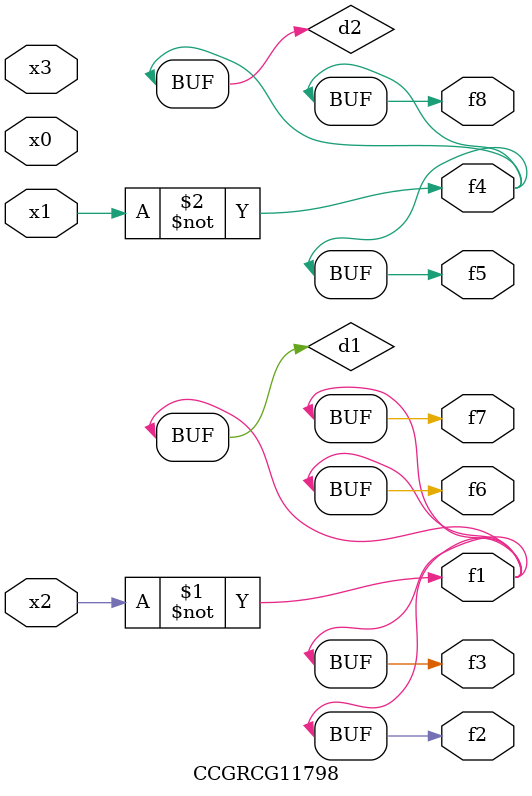
<source format=v>
module CCGRCG11798(
	input x0, x1, x2, x3,
	output f1, f2, f3, f4, f5, f6, f7, f8
);

	wire d1, d2;

	xnor (d1, x2);
	not (d2, x1);
	assign f1 = d1;
	assign f2 = d1;
	assign f3 = d1;
	assign f4 = d2;
	assign f5 = d2;
	assign f6 = d1;
	assign f7 = d1;
	assign f8 = d2;
endmodule

</source>
